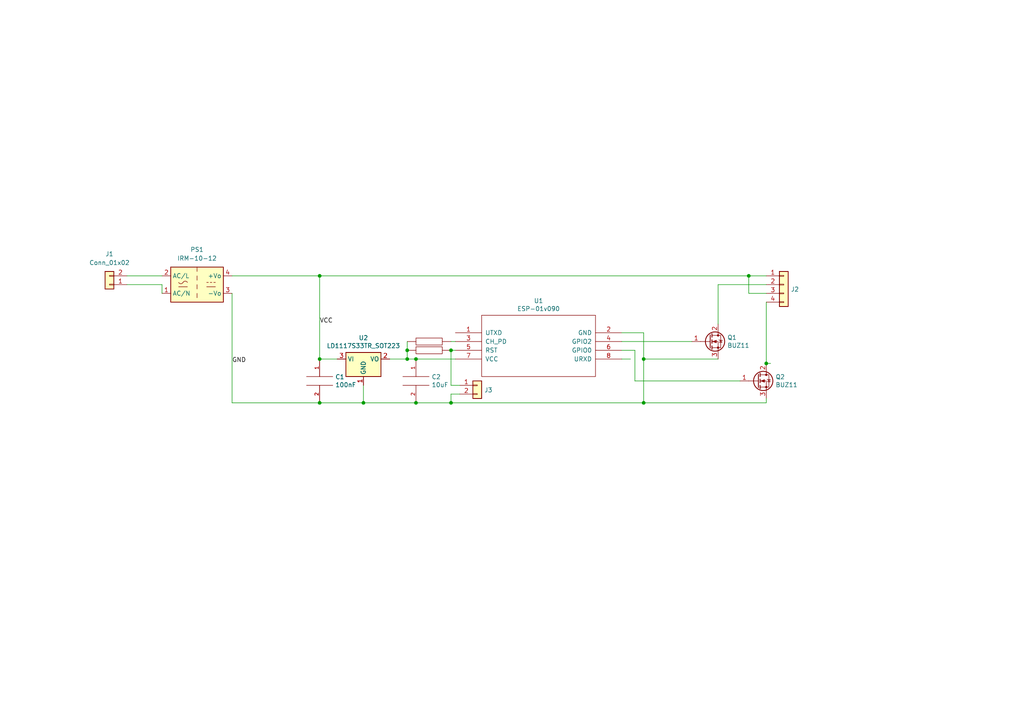
<source format=kicad_sch>
(kicad_sch (version 20250114) (generator "eeschema") (generator_version "9.0")
  (paper "A4")
  (title_block (title "TasmotaGlow") (date "2025-11-26") (rev "0.1") (company "Stanley Solutions - Joe Stanley") (comment 1 "License: GPLv3.0"))
  (lib_symbols
    (symbol "Connector_Generic:Conn_01x02" (pin_names (offset 1.016) (hide yes))
      (property "Reference" "J" (at 0 2.54 0))
      (property "Value" "Conn_01x02" (at 0 -5.08 0))
      (symbol "Conn_01x02_1_1"
        (rectangle (start -1.27 1.27) (end 1.27 -3.81) (stroke (width 0.254)) (fill (type background)))
        (rectangle (start -1.27 0.127) (end 0 -0.127) (stroke (width 0.1524)))
        (rectangle (start -1.27 -2.413) (end 0 -2.667) (stroke (width 0.1524)))
        (pin passive line (at -5.08 0 0) (length 3.81) (name "Pin_1") (number "1"))
        (pin passive line (at -5.08 -2.54 0) (length 3.81) (name "Pin_2") (number "2"))
      )
    )
    (symbol "Connector_Generic:Conn_01x04" (pin_names (offset 1.016) (hide yes))
      (property "Reference" "J" (at 0 5.08 0))
      (property "Value" "Conn_01x04" (at 0 -7.62 0))
      (symbol "Conn_01x04_1_1"
        (rectangle (start -1.27 3.81) (end 1.27 -6.35) (stroke (width 0.254)) (fill (type background)))
        (rectangle (start -1.27 2.667) (end 0 2.413) (stroke (width 0.1524)))
        (rectangle (start -1.27 0.127) (end 0 -0.127) (stroke (width 0.1524)))
        (rectangle (start -1.27 -2.413) (end 0 -2.667) (stroke (width 0.1524)))
        (rectangle (start -1.27 -4.953) (end 0 -5.207) (stroke (width 0.1524)))
        (pin passive line (at -5.08 2.54 0) (length 3.81) (name "Pin_1") (number "1"))
        (pin passive line (at -5.08 0 0) (length 3.81) (name "Pin_2") (number "2"))
        (pin passive line (at -5.08 -2.54 0) (length 3.81) (name "Pin_3") (number "3"))
        (pin passive line (at -5.08 -5.08 0) (length 3.81) (name "Pin_4") (number "4"))
      )
    )
    (symbol "Converter_ACDC:IRM-10-12"
      (property "Reference" "PS" (at 0 6.35 0))
      (property "Value" "IRM-10-12" (at 0 -6.35 0))
      (symbol "IRM-10-12_0_1"
        (rectangle (start -7.62 5.08) (end 7.62 -5.08) (stroke (width 0.254)) (fill (type background)))
        (polyline (pts (xy -5.334 -0.635) (xy -2.794 -0.635)))
        (arc (start -4.064 0.635) (mid -4.699 0.2495) (end -5.334 0.635))
        (arc (start -4.064 0.635) (mid -3.429 1.0072) (end -2.794 0.635))
        (polyline (pts (xy 0 5.08) (xy 0 3.81)))
        (polyline (pts (xy 0 2.54) (xy 0 1.27)))
        (polyline (pts (xy 0 0) (xy 0 -1.27)))
        (polyline (pts (xy 0 -2.54) (xy 0 -3.81)))
        (polyline (pts (xy 2.794 0.635) (xy 3.302 0.635)))
        (polyline (pts (xy 2.794 -0.635) (xy 5.334 -0.635)))
        (polyline (pts (xy 3.81 0.635) (xy 4.318 0.635)))
        (polyline (pts (xy 4.826 0.635) (xy 5.334 0.635)))
      )
      (symbol "IRM-10-12_1_1"
        (pin power_in line (at -10.16 2.54 0) (length 2.54) (name "AC/L") (number "2"))
        (pin power_in line (at -10.16 -2.54 0) (length 2.54) (name "AC/N") (number "1"))
        (pin power_out line (at 10.16 2.54 180) (length 2.54) (name "+Vo") (number "4"))
        (pin power_out line (at 10.16 -2.54 180) (length 2.54) (name "-Vo") (number "3"))
      )
    )
    (symbol "Regulator_Linear:LD1117S33TR_SOT223"
      (property "Reference" "U" (at -3.81 3.175 0))
      (property "Value" "LD1117S33TR_SOT223" (at 0 3.175 0))
      (symbol "LD1117S33TR_SOT223_0_1"
        (rectangle (start -5.08 -5.08) (end 5.08 1.905) (stroke (width 0.254)) (fill (type background)))
      )
      (symbol "LD1117S33TR_SOT223_1_1"
        (pin power_in line (at -7.62 0 0) (length 2.54) (name "VI") (number "3"))
        (pin power_in line (at 0 -7.62 90) (length 2.54) (name "GND") (number "1"))
        (pin power_out line (at 7.62 0 180) (length 2.54) (name "VO") (number "2"))
      )
    )
    (symbol "TasmotaGenericPCB-rescue:C-pspice" (pin_names (offset 0.254))
      (property "Reference" "C" (at 2.54 3.81 90))
      (property "Value" "pspice_C" (at 2.54 -3.81 90))
      (symbol "C-pspice_0_1"
        (polyline (pts (xy -3.81 1.27) (xy 3.81 1.27)))
        (polyline (pts (xy -3.81 -1.27) (xy 3.81 -1.27)))
      )
      (symbol "C-pspice_1_1"
        (pin passive line (at 0 6.35 270) (length 5.08) (name "~") (number "1"))
        (pin passive line (at 0 -6.35 90) (length 5.08) (name "~") (number "2"))
      )
    )
    (symbol "TasmotaGenericPCB-rescue:ESP-01v090-ESP8266" (pin_names (offset 1.016))
      (property "Reference" "U" (at 0 -2.54 0))
      (property "Value" "ESP8266_ESP-01v090" (at 0 2.54 0))
      (symbol "ESP-01v090-ESP8266_1_0"
        (rectangle (start -16.51 -8.89) (end 16.51 8.89))
      )
      (symbol "ESP-01v090-ESP8266_1_1"
        (pin output line (at -24.13 3.81 0) (length 7.62) (name "UTXD") (number "1"))
        (pin input line (at -24.13 1.27 0) (length 7.62) (name "CH_PD") (number "3"))
        (pin input line (at -24.13 -1.27 0) (length 7.62) (name "RST") (number "5"))
        (pin power_in line (at -24.13 -3.81 0) (length 7.62) (name "VCC") (number "7"))
        (pin power_in line (at 24.13 3.81 180) (length 7.62) (name "GND") (number "2"))
        (pin tri_state line (at 24.13 1.27 180) (length 7.62) (name "GPIO2") (number "4"))
        (pin tri_state line (at 24.13 -1.27 180) (length 7.62) (name "GPIO0") (number "6"))
        (pin input line (at 24.13 -3.81 180) (length 7.62) (name "URXD") (number "8"))
      )
    )
    (symbol "TasmotaGenericPCB-rescue:R-pspice" (pin_numbers (hide yes)) (pin_names (offset 0))
      (property "Reference" "R" (at 2.032 0 90))
      (property "Value" "pspice_R" (at 0 0 90))
      (symbol "R-pspice_0_1"
        (rectangle (start -1.016 3.81) (end 1.016 -3.81))
      )
      (symbol "R-pspice_1_1"
        (pin passive line (at 0 6.35 270) (length 2.54) (name "~") (number "1"))
        (pin passive line (at 0 -6.35 90) (length 2.54) (name "~") (number "2"))
      )
    )
    (symbol "Transistor_FET:BUZ11" (pin_names (hide yes))
      (property "Reference" "Q" (at 6.35 1.905 0))
      (property "Value" "BUZ11" (at 6.35 0 0))
      (symbol "BUZ11_0_1"
        (polyline (pts (xy 0.254 1.905) (xy 0.254 -1.905)) (stroke (width 0.254)))
        (polyline (pts (xy 0.254 0) (xy -2.54 0)))
        (polyline (pts (xy 0.762 2.286) (xy 0.762 1.27)) (stroke (width 0.254)))
        (polyline (pts (xy 0.762 0.508) (xy 0.762 -0.508)) (stroke (width 0.254)))
        (polyline (pts (xy 0.762 -1.27) (xy 0.762 -2.286)) (stroke (width 0.254)))
        (polyline (pts (xy 0.762 -1.778) (xy 3.302 -1.778) (xy 3.302 1.778) (xy 0.762 1.778)))
        (polyline (pts (xy 1.016 0) (xy 2.032 0.381) (xy 2.032 -0.381) (xy 1.016 0)) (fill (type outline)))
        (circle (center 1.651 0) (radius 2.794) (stroke (width 0.254)))
        (polyline (pts (xy 2.54 2.54) (xy 2.54 1.778)))
        (circle (center 2.54 1.778) (radius 0.254) (fill (type outline)))
        (circle (center 2.54 -1.778) (radius 0.254) (fill (type outline)))
        (polyline (pts (xy 2.54 -2.54) (xy 2.54 0) (xy 0.762 0)))
        (polyline (pts (xy 2.794 0.508) (xy 2.921 0.381) (xy 3.683 0.381) (xy 3.81 0.254)))
        (polyline (pts (xy 3.302 0.381) (xy 2.921 -0.254) (xy 3.683 -0.254) (xy 3.302 0.381)))
      )
      (symbol "BUZ11_1_1"
        (pin input line (at -5.08 0 0) (length 2.54) (name "G") (number "1"))
        (pin passive line (at 2.54 5.08 270) (length 2.54) (name "D") (number "2"))
        (pin passive line (at 2.54 -5.08 90) (length 2.54) (name "S") (number "3"))
      )
    )
  )
  (junction (at 118.11 104.14))
  (junction (at 92.71 116.84))
  (junction (at 105.41 116.84))
  (junction (at 217.17 80.01))
  (junction (at 130.81 101.6))
  (junction (at 92.71 80.01))
  (junction (at 222.25 105.41))
  (junction (at 120.65 116.84))
  (junction (at 186.69 104.14))
  (junction (at 118.11 101.6))
  (junction (at 92.71 104.14))
  (junction (at 186.69 116.84))
  (junction (at 130.81 116.84))
  (junction (at 120.65 104.14))
  (wire (pts (xy 92.71 116.84) (xy 105.41 116.84)))
  (wire (pts (xy 186.69 96.52) (xy 186.69 104.14)))
  (wire (pts (xy 222.25 85.09) (xy 217.17 85.09)))
  (wire (pts (xy 118.11 101.6) (xy 118.11 104.14)))
  (wire (pts (xy 120.65 104.14) (xy 132.08 104.14)))
  (wire (pts (xy 97.79 104.14) (xy 92.71 104.14)))
  (wire (pts (xy 222.25 105.41) (xy 222.25 87.63)))
  (wire (pts (xy 113.03 104.14) (xy 118.11 104.14)))
  (wire (pts (xy 208.28 82.55) (xy 208.28 93.98)))
  (wire (pts (xy 132.08 101.6) (xy 130.81 101.6)))
  (wire (pts (xy 130.81 114.3) (xy 130.81 116.84)))
  (wire (pts (xy 222.25 115.57) (xy 222.25 116.84)))
  (wire (pts (xy 133.35 111.76) (xy 130.81 111.76)))
  (wire (pts (xy 180.34 104.14) (xy 182.88 104.14)))
  (wire (pts (xy 105.41 111.76) (xy 105.41 116.84)))
  (wire (pts (xy 217.17 85.09) (xy 217.17 80.01)))
  (wire (pts (xy 133.35 114.3) (xy 130.81 114.3)))
  (wire (pts (xy 186.69 116.84) (xy 130.81 116.84)))
  (wire (pts (xy 36.83 82.55) (xy 46.99 82.55)))
  (wire (pts (xy 105.41 116.84) (xy 120.65 116.84)))
  (wire (pts (xy 217.17 80.01) (xy 222.25 80.01)))
  (wire (pts (xy 46.99 82.55) (xy 46.99 85.09)))
  (wire (pts (xy 118.11 104.14) (xy 120.65 104.14)))
  (wire (pts (xy 118.11 99.06) (xy 118.11 101.6)))
  (wire (pts (xy 67.31 116.84) (xy 92.71 116.84)))
  (wire (pts (xy 36.83 80.01) (xy 46.99 80.01)))
  (wire (pts (xy 130.81 111.76) (xy 130.81 101.6)))
  (wire (pts (xy 222.25 82.55) (xy 208.28 82.55)))
  (wire (pts (xy 92.71 80.01) (xy 217.17 80.01)))
  (wire (pts (xy 223.52 105.41) (xy 222.25 105.41)))
  (wire (pts (xy 132.08 99.06) (xy 130.81 99.06)))
  (wire (pts (xy 214.63 110.49) (xy 184.15 110.49)))
  (wire (pts (xy 67.31 80.01) (xy 92.71 80.01)))
  (wire (pts (xy 180.34 99.06) (xy 200.66 99.06)))
  (wire (pts (xy 184.15 101.6) (xy 180.34 101.6)))
  (wire (pts (xy 67.31 85.09) (xy 67.31 116.84)))
  (wire (pts (xy 186.69 104.14) (xy 186.69 116.84)))
  (wire (pts (xy 92.71 80.01) (xy 92.71 104.14)))
  (wire (pts (xy 186.69 96.52) (xy 180.34 96.52)))
  (wire (pts (xy 208.28 104.14) (xy 186.69 104.14)))
  (wire (pts (xy 130.81 116.84) (xy 120.65 116.84)))
  (wire (pts (xy 222.25 116.84) (xy 186.69 116.84)))
  (wire (pts (xy 184.15 110.49) (xy 184.15 101.6)))
  (label "GND" (at 67.31 105.41 0))
  (label "VCC" (at 92.71 93.98 0))
  (symbol (lib_id "Regulator_Linear:LD1117S33TR_SOT223") (at 105.41 104.14 0) (unit 1)
    (property "Reference" "U2" (at 105.41 97.9932 0))
    (property "Value" "LD1117S33TR_SOT223" (at 105.41 100.3046 0))
    (property "Footprint" "Transistor:TO-220F-3_Vertical" (effects (hide yes)))
    (property "Datasheet" "http://www.st.com/st-web-ui/static/active/en/resource/technical/document/datasheet/CD00000544.pdf" (effects (hide yes)))
  )
  (symbol (lib_id "TasmotaGenericPCB-rescue:ESP-01v090-ESP8266") (at 156.21 100.33 0) (unit 1)
    (property "Reference" "U1" (at 156.21 87.249 0))
    (property "Value" "ESP-01v090" (at 156.21 89.5604 0))
    (property "Footprint" "TasmotaGenericPCB:ESP-01" (effects (hide yes)))
    (property "Datasheet" "http://l0l.org.uk/2014/12/esp8266-modules-hardware-guide-gotta-catch-em-all/" (effects (hide yes)))
  )
  (symbol (lib_id "TasmotaGenericPCB-rescue:C-pspice") (at 120.65 110.49 0) (unit 1)
    (property "Reference" "C2" (at 125.1712 109.3216 0) (effects (justify left)))
    (property "Value" "10uF" (at 125.1712 111.633 0) (effects (justify left)))
    (property "Footprint" "Capacitors:C_Disc_D8.0mm_W5.0mm_P5.00mm" (effects (hide yes)))
  )
  (symbol (lib_id "TasmotaGenericPCB-rescue:C-pspice") (at 92.71 110.49 0) (unit 1)
    (property "Reference" "C1" (at 97.2312 109.3216 0) (effects (justify left)))
    (property "Value" "100nF" (at 97.2312 111.633 0) (effects (justify left)))
    (property "Footprint" "Capacitors:C_Disc_D8.0mm_W5.0mm_P5.00mm" (effects (hide yes)))
  )
  (symbol (lib_id "Transistor_FET:BUZ11") (at 205.74 99.06 0) (unit 1)
    (property "Reference" "Q1" (at 210.947 97.8916 0) (effects (justify left)))
    (property "Value" "BUZ11" (at 210.947 100.203 0) (effects (justify left)))
    (property "Footprint" "Transistor:TO-220F-3_Vertical" (effects (hide yes)))
    (property "Datasheet" "https://media.digikey.com/pdf/Data%20Sheets/Fairchild%20PDFs/BUZ11.pdf" (effects (hide yes)))
  )
  (symbol (lib_id "Transistor_FET:BUZ11") (at 219.71 110.49 0) (unit 1)
    (property "Reference" "Q2" (at 224.917 109.3216 0) (effects (justify left)))
    (property "Value" "BUZ11" (at 224.917 111.633 0) (effects (justify left)))
    (property "Footprint" "Transistor:TO-220F-3_Vertical" (effects (hide yes)))
    (property "Datasheet" "https://media.digikey.com/pdf/Data%20Sheets/Fairchild%20PDFs/BUZ11.pdf" (effects (hide yes)))
  )
  (symbol (lib_id "Connector_Generic:Conn_01x04") (at 227.33 82.55 0) (unit 1)
    (property "Reference" "J2" (at 229.362 83.9216 0) (effects (justify left)))
    (property "Value" "Conn_01x04" (effects (hide yes)))
    (property "Footprint" "Connector_Phoenix_MC_HighVoltage:PhoenixContact_MCV_1,5_4-G-5.08_1x04_P5.08mm_Vertical" (effects (hide yes)))
  )
  (symbol (lib_id "Connector_Generic:Conn_01x02") (at 138.43 111.76 0) (unit 1)
    (property "Reference" "J3" (at 140.462 113.1316 0) (effects (justify left)))
    (property "Value" "ResetPinout" (effects (hide yes)))
    (property "Footprint" "Connector_Phoenix_MC_HighVoltage:PhoenixContact_MCV_1,5_2-G-5.08_1x02_P5.08mm_Vertical" (effects (hide yes)))
  )
  (symbol (lib_id "TasmotaGenericPCB-rescue:R-pspice") (at 124.46 101.6 270) (unit 1)
    (property "Reference" "R2" (effects (hide yes)))
    (property "Value" "4.7k" (effects (hide yes)))
    (property "Footprint" "Resistors:R_Axial_DIN0207_L6.3mm_D2.5mm_P10.16mm_Horizontal" (effects (hide yes)))
  )
  (symbol (lib_id "TasmotaGenericPCB-rescue:R-pspice") (at 124.46 99.06 270) (unit 1)
    (property "Reference" "R1" (effects (hide yes)))
    (property "Value" "4.7k" (effects (hide yes)))
    (property "Footprint" "Resistors:R_Axial_DIN0207_L6.3mm_D2.5mm_P10.16mm_Horizontal" (effects (hide yes)))
  )
  (symbol (lib_id "Converter_ACDC:IRM-10-12") (at 57.15 82.55 0) (unit 1)
    (property "Reference" "PS1" (at 57.15 72.39 0))
    (property "Value" "IRM-10-12" (at 57.15 74.93 0))
    (property "Footprint" "Converter_ACDC:Converter_ACDC_MeanWell_IRM-10-xx_THT" (effects (hide yes)))
    (property "Datasheet" "https://www.meanwell.com/Upload/PDF/IRM-10/IRM-10-SPEC.PDF" (effects (hide yes)))
    (property "Description" "12V, 850mA, 10.2W, Isolated, AC-DC, 222A(IRM10)" (effects (hide yes)))
  )
  (symbol (lib_id "Connector_Generic:Conn_01x02") (at 31.75 82.55 180) (unit 1)
    (property "Reference" "J1" (at 31.75 73.66 0))
    (property "Value" "Conn_01x02" (at 31.75 76.2 0))
    (property "Footprint" "Connector_Phoenix_MC_HighVoltage:PhoenixContact_MCV_1,5_2-G-5.08_1x02_P5.08mm_Vertical" (effects (hide yes)))
    (property "Description" "Generic connector, single row, 01x02, script generated (kicad-library-utils/schlib/autogen/connector/)" (effects (hide yes)))
  )
)
</source>
